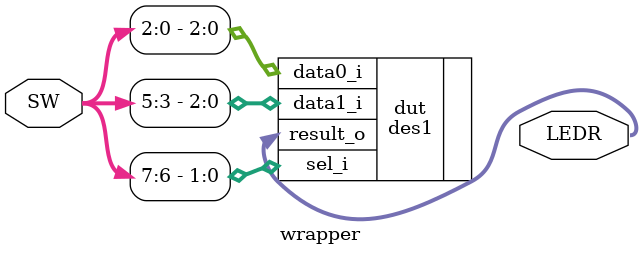
<source format=sv>
module wrapper (
  // inputs
  input  logic [7:0] SW,
  // outputs
  output logic [2:0] LEDR
);

  des1 dut (
    .data0_i (  SW[2:0]),
    .data1_i (  SW[5:3]),
    .sel_i   (  SW[7:6]),
    .result_o(LEDR[2:0])
  );

endmodule : wrapper

</source>
